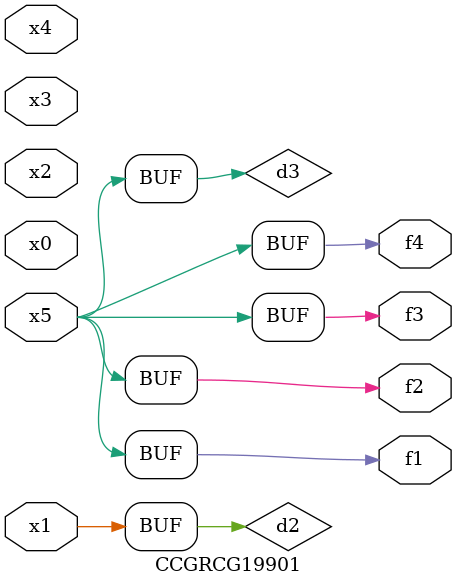
<source format=v>
module CCGRCG19901(
	input x0, x1, x2, x3, x4, x5,
	output f1, f2, f3, f4
);

	wire d1, d2, d3;

	not (d1, x5);
	or (d2, x1);
	xnor (d3, d1);
	assign f1 = d3;
	assign f2 = d3;
	assign f3 = d3;
	assign f4 = d3;
endmodule

</source>
